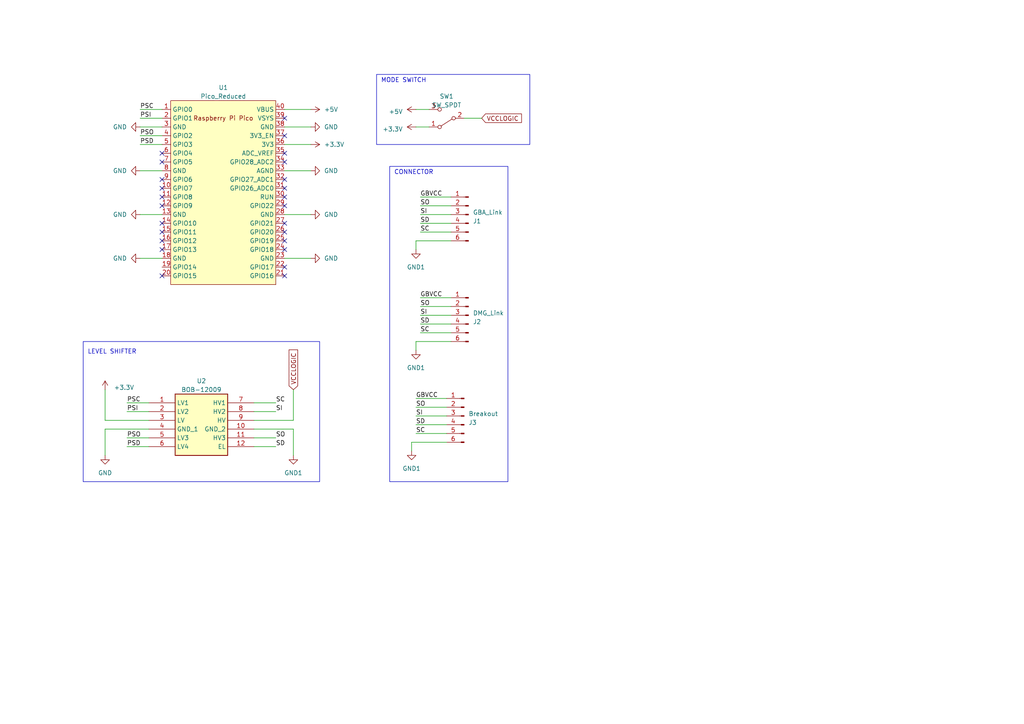
<source format=kicad_sch>
(kicad_sch (version 20230121) (generator eeschema)
  (paper "A4")
  (lib_symbols
    (symbol "BOB-12009:BOB-12009"
      (property "Reference" "U" (at 0 10.16 0))
      (symbol "BOB-12009_0_1"
        (rectangle (start -7.62 8.89) (end 7.62 -8.89) (stroke (width 0.254)) (fill (type background)))
      )
      (symbol "BOB-12009_1_1"
        (pin input line (at -15.24 6.35 0) (length 7.62) (name "LV1") (number "1"))
        (pin input line (at 15.24 -1.27 180) (length 7.62) (name "GND_2") (number "10"))
        (pin input line (at 15.24 -3.81 180) (length 7.62) (name "HV3") (number "11"))
        (pin input line (at 15.24 -6.35 180) (length 7.62) (name "EL") (number "12"))
        (pin input line (at -15.24 3.81 0) (length 7.62) (name "LV2") (number "2"))
        (pin input line (at -15.24 1.27 0) (length 7.62) (name "LV") (number "3"))
        (pin input line (at -15.24 -1.27 0) (length 7.62) (name "GND_1") (number "4"))
        (pin input line (at -15.24 -3.81 0) (length 7.62) (name "LV3") (number "5"))
        (pin input line (at -15.24 -6.35 0) (length 7.62) (name "LV4") (number "6"))
        (pin input line (at 15.24 6.35 180) (length 7.62) (name "HV1") (number "7"))
        (pin input line (at 15.24 3.81 180) (length 7.62) (name "HV2") (number "8"))
        (pin input line (at 15.24 1.27 180) (length 7.62) (name "HV") (number "9"))
      )
    )
    (symbol "Connector:Conn_01x06_Pin" (pin_names (offset 1.016) hide)
      (property "Reference" "J" (at 0 7.62 0))
      (property "Value" "Conn_01x06_Pin" (at 0 -10.16 0))
      (symbol "Conn_01x06_Pin_1_1"
        (polyline (pts (xy 1.27 -7.62) (xy 0.8636 -7.62)) (stroke (width 0.1524)))
        (polyline (pts (xy 1.27 -5.08) (xy 0.8636 -5.08)) (stroke (width 0.1524)))
        (polyline (pts (xy 1.27 -2.54) (xy 0.8636 -2.54)) (stroke (width 0.1524)))
        (polyline (pts (xy 1.27 0) (xy 0.8636 0)) (stroke (width 0.1524)))
        (polyline (pts (xy 1.27 2.54) (xy 0.8636 2.54)) (stroke (width 0.1524)))
        (polyline (pts (xy 1.27 5.08) (xy 0.8636 5.08)) (stroke (width 0.1524)))
        (rectangle (start 0.8636 -7.493) (end 0 -7.747) (stroke (width 0.1524)) (fill (type outline)))
        (rectangle (start 0.8636 -4.953) (end 0 -5.207) (stroke (width 0.1524)) (fill (type outline)))
        (rectangle (start 0.8636 -2.413) (end 0 -2.667) (stroke (width 0.1524)) (fill (type outline)))
        (rectangle (start 0.8636 0.127) (end 0 -0.127) (stroke (width 0.1524)) (fill (type outline)))
        (rectangle (start 0.8636 2.667) (end 0 2.413) (stroke (width 0.1524)) (fill (type outline)))
        (rectangle (start 0.8636 5.207) (end 0 4.953) (stroke (width 0.1524)) (fill (type outline)))
        (pin passive line (at 5.08 5.08 180) (length 3.81) (name "Pin_1") (number "1"))
        (pin passive line (at 5.08 2.54 180) (length 3.81) (name "Pin_2") (number "2"))
        (pin passive line (at 5.08 0 180) (length 3.81) (name "Pin_3") (number "3"))
        (pin passive line (at 5.08 -2.54 180) (length 3.81) (name "Pin_4") (number "4"))
        (pin passive line (at 5.08 -5.08 180) (length 3.81) (name "Pin_5") (number "5"))
        (pin passive line (at 5.08 -7.62 180) (length 3.81) (name "Pin_6") (number "6"))
      )
    )
    (symbol "MCU_RaspberryPi_and_Boards:Pico_Reduced"
      (property "Reference" "U" (at -13.97 27.94 0))
      (property "Value" "Pico_Reduced" (at 0 19.05 0))
      (symbol "Pico_Reduced_0_0"
        (text "Raspberry Pi Pico" (at 0 21.59 0) (effects (font (size 1.27 1.27))))
      )
      (symbol "Pico_Reduced_0_1"
        (rectangle (start -15.24 26.67) (end 15.24 -26.67) (fill (type background)))
      )
      (symbol "Pico_Reduced_1_1"
        (pin bidirectional line (at -17.78 24.13 0) (length 2.54) (name "GPIO0") (number "1"))
        (pin bidirectional line (at -17.78 1.27 0) (length 2.54) (name "GPIO7") (number "10"))
        (pin bidirectional line (at -17.78 -1.27 0) (length 2.54) (name "GPIO8") (number "11"))
        (pin bidirectional line (at -17.78 -3.81 0) (length 2.54) (name "GPIO9") (number "12"))
        (pin power_in line (at -17.78 -6.35 0) (length 2.54) (name "GND") (number "13"))
        (pin bidirectional line (at -17.78 -8.89 0) (length 2.54) (name "GPIO10") (number "14"))
        (pin bidirectional line (at -17.78 -11.43 0) (length 2.54) (name "GPIO11") (number "15"))
        (pin bidirectional line (at -17.78 -13.97 0) (length 2.54) (name "GPIO12") (number "16"))
        (pin bidirectional line (at -17.78 -16.51 0) (length 2.54) (name "GPIO13") (number "17"))
        (pin power_in line (at -17.78 -19.05 0) (length 2.54) (name "GND") (number "18"))
        (pin bidirectional line (at -17.78 -21.59 0) (length 2.54) (name "GPIO14") (number "19"))
        (pin bidirectional line (at -17.78 21.59 0) (length 2.54) (name "GPIO1") (number "2"))
        (pin bidirectional line (at -17.78 -24.13 0) (length 2.54) (name "GPIO15") (number "20"))
        (pin bidirectional line (at 17.78 -24.13 180) (length 2.54) (name "GPIO16") (number "21"))
        (pin bidirectional line (at 17.78 -21.59 180) (length 2.54) (name "GPIO17") (number "22"))
        (pin power_in line (at 17.78 -19.05 180) (length 2.54) (name "GND") (number "23"))
        (pin bidirectional line (at 17.78 -16.51 180) (length 2.54) (name "GPIO18") (number "24"))
        (pin bidirectional line (at 17.78 -13.97 180) (length 2.54) (name "GPIO19") (number "25"))
        (pin bidirectional line (at 17.78 -11.43 180) (length 2.54) (name "GPIO20") (number "26"))
        (pin bidirectional line (at 17.78 -8.89 180) (length 2.54) (name "GPIO21") (number "27"))
        (pin power_in line (at 17.78 -6.35 180) (length 2.54) (name "GND") (number "28"))
        (pin bidirectional line (at 17.78 -3.81 180) (length 2.54) (name "GPIO22") (number "29"))
        (pin power_in line (at -17.78 19.05 0) (length 2.54) (name "GND") (number "3"))
        (pin input line (at 17.78 -1.27 180) (length 2.54) (name "RUN") (number "30"))
        (pin bidirectional line (at 17.78 1.27 180) (length 2.54) (name "GPIO26_ADC0") (number "31"))
        (pin bidirectional line (at 17.78 3.81 180) (length 2.54) (name "GPIO27_ADC1") (number "32"))
        (pin power_in line (at 17.78 6.35 180) (length 2.54) (name "AGND") (number "33"))
        (pin bidirectional line (at 17.78 8.89 180) (length 2.54) (name "GPIO28_ADC2") (number "34"))
        (pin power_in line (at 17.78 11.43 180) (length 2.54) (name "ADC_VREF") (number "35"))
        (pin power_in line (at 17.78 13.97 180) (length 2.54) (name "3V3") (number "36"))
        (pin input line (at 17.78 16.51 180) (length 2.54) (name "3V3_EN") (number "37"))
        (pin bidirectional line (at 17.78 19.05 180) (length 2.54) (name "GND") (number "38"))
        (pin power_in line (at 17.78 21.59 180) (length 2.54) (name "VSYS") (number "39"))
        (pin bidirectional line (at -17.78 16.51 0) (length 2.54) (name "GPIO2") (number "4"))
        (pin power_in line (at 17.78 24.13 180) (length 2.54) (name "VBUS") (number "40"))
        (pin bidirectional line (at -17.78 13.97 0) (length 2.54) (name "GPIO3") (number "5"))
        (pin bidirectional line (at -17.78 11.43 0) (length 2.54) (name "GPIO4") (number "6"))
        (pin bidirectional line (at -17.78 8.89 0) (length 2.54) (name "GPIO5") (number "7"))
        (pin power_in line (at -17.78 6.35 0) (length 2.54) (name "GND") (number "8"))
        (pin bidirectional line (at -17.78 3.81 0) (length 2.54) (name "GPIO6") (number "9"))
      )
    )
    (symbol "Switch:SW_SPDT" (pin_names (offset 0) hide)
      (property "Reference" "SW" (at 0 4.318 0))
      (property "Value" "SW_SPDT" (at 0 -5.08 0))
      (symbol "SW_SPDT_0_0"
        (circle (center -2.032 0) (radius 0.508))
        (circle (center 2.032 -2.54) (radius 0.508))
      )
      (symbol "SW_SPDT_0_1"
        (polyline (pts (xy -1.524 0.254) (xy 1.651 2.286)))
        (circle (center 2.032 2.54) (radius 0.508))
      )
      (symbol "SW_SPDT_1_1"
        (pin passive line (at 5.08 2.54 180) (length 2.54) (name "A") (number "1"))
        (pin passive line (at -5.08 0 0) (length 2.54) (name "B") (number "2"))
        (pin passive line (at 5.08 -2.54 180) (length 2.54) (name "C") (number "3"))
      )
    )
    (symbol "power:+3.3V" (power) (pin_names (offset 0))
      (property "Value" "+3.3V" (at 0 3.556 0))
      (symbol "+3.3V_0_1"
        (polyline (pts (xy -0.762 1.27) (xy 0 2.54)))
        (polyline (pts (xy 0 0) (xy 0 2.54)))
        (polyline (pts (xy 0 2.54) (xy 0.762 1.27)))
      )
      (symbol "+3.3V_1_1"
        (pin power_in line (at 0 0 90) (length 0) hide (name "+3.3V") (number "1"))
      )
    )
    (symbol "power:+5V" (power) (pin_names (offset 0))
      (property "Value" "+5V" (at 0 3.556 0))
      (symbol "+5V_0_1"
        (polyline (pts (xy -0.762 1.27) (xy 0 2.54)))
        (polyline (pts (xy 0 0) (xy 0 2.54)))
        (polyline (pts (xy 0 2.54) (xy 0.762 1.27)))
      )
      (symbol "+5V_1_1"
        (pin power_in line (at 0 0 90) (length 0) hide (name "+5V") (number "1"))
      )
    )
    (symbol "power:GND" (power) (pin_names (offset 0))
      (property "Value" "GND" (at 0 -3.81 0))
      (symbol "GND_0_1"
        (polyline (pts (xy 0 0) (xy 0 -1.27) (xy 1.27 -1.27) (xy 0 -2.54) (xy -1.27 -1.27) (xy 0 -1.27)))
      )
      (symbol "GND_1_1"
        (pin power_in line (at 0 0 270) (length 0) hide (name "GND") (number "1"))
      )
    )
    (symbol "power:GND1" (power) (pin_names (offset 0))
      (property "Value" "GND1" (at 0 -3.81 0))
      (symbol "GND1_0_1"
        (polyline (pts (xy 0 0) (xy 0 -1.27) (xy 1.27 -1.27) (xy 0 -2.54) (xy -1.27 -1.27) (xy 0 -1.27)))
      )
      (symbol "GND1_1_1"
        (pin power_in line (at 0 0 270) (length 0) hide (name "GND1") (number "1"))
      )
    )
  )
  (no_connect (at 46.99 54.61))
  (no_connect (at 82.55 72.39))
  (no_connect (at 82.55 64.77))
  (no_connect (at 82.55 54.61))
  (no_connect (at 82.55 69.85))
  (no_connect (at 82.55 59.69))
  (no_connect (at 82.55 39.37))
  (no_connect (at 46.99 46.99))
  (no_connect (at 46.99 80.01))
  (no_connect (at 46.99 69.85))
  (no_connect (at 46.99 59.69))
  (no_connect (at 46.99 44.45))
  (no_connect (at 82.55 34.29))
  (no_connect (at 82.55 57.15))
  (no_connect (at 46.99 57.15))
  (no_connect (at 82.55 44.45))
  (no_connect (at 82.55 52.07))
  (no_connect (at 46.99 72.39))
  (no_connect (at 46.99 67.31))
  (no_connect (at 46.99 52.07))
  (no_connect (at 82.55 80.01))
  (no_connect (at 82.55 77.47))
  (no_connect (at 82.55 46.99))
  (no_connect (at 82.55 67.31))
  (no_connect (at 46.99 64.77))
  (wire (pts (xy 40.64 36.83) (xy 46.99 36.83)))
  (wire (pts (xy 120.65 125.73) (xy 129.54 125.73)))
  (wire (pts (xy 121.92 93.98) (xy 130.81 93.98)))
  (wire (pts (xy 36.83 129.54) (xy 43.18 129.54)))
  (wire (pts (xy 120.65 99.06) (xy 130.81 99.06)))
  (wire (pts (xy 40.64 41.91) (xy 46.99 41.91)))
  (wire (pts (xy 120.65 69.85) (xy 130.81 69.85)))
  (wire (pts (xy 36.83 116.84) (xy 43.18 116.84)))
  (wire (pts (xy 121.92 67.31) (xy 130.81 67.31)))
  (wire (pts (xy 120.65 115.57) (xy 129.54 115.57)))
  (wire (pts (xy 82.55 49.53) (xy 90.17 49.53)))
  (wire (pts (xy 134.62 34.29) (xy 139.7 34.29)))
  (wire (pts (xy 121.92 96.52) (xy 130.81 96.52)))
  (wire (pts (xy 119.38 128.27) (xy 129.54 128.27)))
  (wire (pts (xy 120.65 99.06) (xy 120.65 101.6)))
  (wire (pts (xy 121.92 88.9) (xy 130.81 88.9)))
  (wire (pts (xy 73.66 124.46) (xy 85.09 124.46)))
  (wire (pts (xy 82.55 74.93) (xy 90.17 74.93)))
  (wire (pts (xy 73.66 119.38) (xy 80.01 119.38)))
  (wire (pts (xy 40.64 74.93) (xy 46.99 74.93)))
  (wire (pts (xy 30.48 113.03) (xy 30.48 121.92)))
  (wire (pts (xy 121.92 62.23) (xy 130.81 62.23)))
  (wire (pts (xy 82.55 62.23) (xy 90.17 62.23)))
  (wire (pts (xy 120.65 123.19) (xy 129.54 123.19)))
  (wire (pts (xy 73.66 129.54) (xy 80.01 129.54)))
  (wire (pts (xy 120.65 69.85) (xy 120.65 72.39)))
  (wire (pts (xy 36.83 127) (xy 43.18 127)))
  (wire (pts (xy 85.09 121.92) (xy 85.09 113.03)))
  (wire (pts (xy 30.48 124.46) (xy 30.48 132.08)))
  (wire (pts (xy 82.55 36.83) (xy 90.17 36.83)))
  (wire (pts (xy 40.64 34.29) (xy 46.99 34.29)))
  (wire (pts (xy 120.65 120.65) (xy 129.54 120.65)))
  (wire (pts (xy 121.92 57.15) (xy 130.81 57.15)))
  (wire (pts (xy 120.65 36.83) (xy 124.46 36.83)))
  (wire (pts (xy 120.65 118.11) (xy 129.54 118.11)))
  (wire (pts (xy 121.92 64.77) (xy 130.81 64.77)))
  (wire (pts (xy 40.64 62.23) (xy 46.99 62.23)))
  (wire (pts (xy 119.38 128.27) (xy 119.38 130.81)))
  (wire (pts (xy 121.92 86.36) (xy 130.81 86.36)))
  (wire (pts (xy 30.48 121.92) (xy 43.18 121.92)))
  (wire (pts (xy 40.64 39.37) (xy 46.99 39.37)))
  (wire (pts (xy 73.66 121.92) (xy 85.09 121.92)))
  (wire (pts (xy 73.66 127) (xy 80.01 127)))
  (wire (pts (xy 73.66 116.84) (xy 80.01 116.84)))
  (wire (pts (xy 82.55 41.91) (xy 90.17 41.91)))
  (wire (pts (xy 121.92 91.44) (xy 130.81 91.44)))
  (wire (pts (xy 121.92 59.69) (xy 130.81 59.69)))
  (wire (pts (xy 120.65 31.75) (xy 124.46 31.75)))
  (wire (pts (xy 30.48 124.46) (xy 43.18 124.46)))
  (wire (pts (xy 36.83 119.38) (xy 43.18 119.38)))
  (wire (pts (xy 82.55 31.75) (xy 90.17 31.75)))
  (wire (pts (xy 40.64 31.75) (xy 46.99 31.75)))
  (wire (pts (xy 85.09 124.46) (xy 85.09 132.08)))
  (wire (pts (xy 40.64 49.53) (xy 46.99 49.53)))
  (rectangle (start 109.22 21.59) (end 153.67 41.91))
  (rectangle (start 24.13 99.06) (end 92.71 139.7))
  (rectangle (start 113.03 48.26) (end 147.32 139.7))
  (text "LEVEL SHIFTER" (at 25.4 102.87 0) (effects (font (size 1.27 1.27)) (justify left bottom)))
  (text "MODE SWITCH" (at 110.49 24.13 0) (effects (font (size 1.27 1.27)) (justify left bottom)))
  (text "CONNECTOR" (at 114.3 50.8 0) (effects (font (size 1.27 1.27)) (justify left bottom)))
  (label "PSO" (at 36.83 127 0))
  (label "PSO" (at 40.64 39.37 0))
  (label "PSI" (at 40.64 34.29 0))
  (label "SC" (at 120.65 125.73 0))
  (label "SD" (at 80.01 129.54 0))
  (label "GBVCC" (at 121.92 86.36 0))
  (label "PSD" (at 36.83 129.54 0))
  (label "SI" (at 121.92 91.44 0))
  (label "SC" (at 121.92 96.52 0))
  (label "PSC" (at 36.83 116.84 0))
  (label "SD" (at 120.65 123.19 0))
  (label "SO" (at 120.65 118.11 0))
  (label "SC" (at 121.92 67.31 0))
  (label "GBVCC" (at 121.92 57.15 0))
  (label "SO" (at 80.01 127 0))
  (label "PSD" (at 40.64 41.91 0))
  (label "SD" (at 121.92 64.77 0))
  (label "PSC" (at 40.64 31.75 0))
  (label "SC" (at 80.01 116.84 0))
  (label "GBVCC" (at 120.65 115.57 0))
  (label "SO" (at 121.92 88.9 0))
  (label "SO" (at 121.92 59.69 0))
  (label "PSI" (at 36.83 119.38 0))
  (label "SI" (at 121.92 62.23 0))
  (label "SD" (at 121.92 93.98 0))
  (label "SI" (at 80.01 119.38 0))
  (label "SI" (at 120.65 120.65 0))
  (global_label "VCCLOGIC" (shape input) (at 139.7 34.29 0) (property "Intersheetrefs" "${INTERSHEET_REFS}" (effects hide)))
  (global_label "VCCLOGIC" (shape input) (at 85.09 113.03 90) (property "Intersheetrefs" "${INTERSHEET_REFS}" (effects hide)))
  (symbol (lib_id "power:+3.3V") (at 90.17 41.91 270) (unit 1)
    (property "Reference" "#PWR016" (effects hide))
    (property "Value" "+3.3V" (at 93.98 41.91 90) (effects (justify left)))
  )
  (symbol (lib_id "power:GND") (at 90.17 62.23 90) (unit 1)
    (property "Reference" "#PWR09" (effects hide))
    (property "Value" "GND" (at 93.98 62.23 90) (effects (justify right)))
  )
  (symbol (lib_id "power:+3.3V") (at 30.48 113.03 0) (unit 1)
    (property "Reference" "#PWR04" (effects hide))
    (property "Value" "+3.3V" (at 33.02 112.395 0) (effects (justify left)))
  )
  (symbol (lib_id "power:GND") (at 40.64 74.93 270) (unit 1)
    (property "Reference" "#PWR011" (effects hide))
    (property "Value" "GND" (at 36.83 74.93 90) (effects (justify right)))
  )
  (symbol (lib_id "power:GND") (at 30.48 132.08 0) (unit 1)
    (property "Reference" "#PWR01" (effects hide))
    (property "Value" "GND" (at 30.48 137.16 0))
  )
  (symbol (lib_id "power:GND") (at 90.17 49.53 90) (unit 1)
    (property "Reference" "#PWR08" (effects hide))
    (property "Value" "GND" (at 93.98 49.53 90) (effects (justify right)))
  )
  (symbol (lib_id "power:GND1") (at 120.65 101.6 0) (unit 1)
    (property "Reference" "#PWR017" (effects hide))
    (property "Value" "GND1" (at 120.65 106.68 0))
  )
  (symbol (lib_id "power:+3.3V") (at 120.65 36.83 90) (unit 1)
    (property "Reference" "#PWR06" (effects hide))
    (property "Value" "+3.3V" (at 116.84 37.465 90) (effects (justify left)))
  )
  (symbol (lib_id "power:GND1") (at 119.38 130.81 0) (unit 1)
    (property "Reference" "#PWR018" (effects hide))
    (property "Value" "GND1" (at 119.38 135.89 0))
  )
  (symbol (lib_id "Connector:Conn_01x06_Pin") (at 134.62 120.65 0) (mirror y) (unit 1)
    (property "Reference" "J3" (at 135.89 122.555 0) (effects (justify right)))
    (property "Value" "Breakout" (at 135.89 120.015 0) (effects (justify right)))
    (property "Footprint" "Connector_PinHeader_2.54mm:PinHeader_1x06_P2.54mm_Vertical" (effects hide))
  )
  (symbol (lib_id "power:GND") (at 90.17 74.93 90) (unit 1)
    (property "Reference" "#PWR010" (effects hide))
    (property "Value" "GND" (at 93.98 74.93 90) (effects (justify right)))
  )
  (symbol (lib_id "MCU_RaspberryPi_and_Boards:Pico_Reduced") (at 64.77 55.88 0) (unit 1)
    (property "Reference" "U1" (at 64.77 25.4 0))
    (property "Value" "Pico_Reduced" (at 64.77 27.94 0))
    (property "Footprint" "MCU_RaspberryPi_and_Boards:RPi_Pico_SMD_TH_REDUCED" (effects hide))
  )
  (symbol (lib_id "power:+5V") (at 90.17 31.75 270) (unit 1)
    (property "Reference" "#PWR015" (effects hide))
    (property "Value" "+5V" (at 93.98 31.75 90) (effects (justify left)))
  )
  (symbol (lib_id "Connector:Conn_01x06_Pin") (at 135.89 91.44 0) (mirror y) (unit 1)
    (property "Reference" "J2" (at 137.16 93.345 0) (effects (justify right)))
    (property "Value" "DMG_Link" (at 137.16 90.805 0) (effects (justify right)))
    (property "Footprint" "gb-link-socket:dmg-link-socket" (effects hide))
  )
  (symbol (lib_id "power:+5V") (at 120.65 31.75 90) (unit 1)
    (property "Reference" "#PWR05" (effects hide))
    (property "Value" "+5V" (at 116.84 32.385 90) (effects (justify left)))
  )
  (symbol (lib_id "power:GND") (at 40.64 49.53 270) (unit 1)
    (property "Reference" "#PWR013" (effects hide))
    (property "Value" "GND" (at 36.83 49.53 90) (effects (justify right)))
  )
  (symbol (lib_id "power:GND") (at 90.17 36.83 90) (unit 1)
    (property "Reference" "#PWR07" (effects hide))
    (property "Value" "GND" (at 93.98 36.83 90) (effects (justify right)))
  )
  (symbol (lib_id "Connector:Conn_01x06_Pin") (at 135.89 62.23 0) (mirror y) (unit 1)
    (property "Reference" "J1" (at 137.16 64.135 0) (effects (justify right)))
    (property "Value" "GBA_Link" (at 137.16 61.595 0) (effects (justify right)))
    (property "Footprint" "gb-link-socket:gb-link-socket" (effects hide))
  )
  (symbol (lib_id "BOB-12009:BOB-12009") (at 58.42 123.19 0) (unit 1)
    (property "Reference" "U2" (at 58.42 110.49 0))
    (property "Value" "BOB-12009" (at 58.42 113.03 0))
    (property "Footprint" "BOB-12009:BOB-12009" (effects hide))
  )
  (symbol (lib_id "power:GND") (at 40.64 36.83 270) (unit 1)
    (property "Reference" "#PWR014" (effects hide))
    (property "Value" "GND" (at 36.83 36.83 90) (effects (justify right)))
  )
  (symbol (lib_id "Switch:SW_SPDT") (at 129.54 34.29 180) (unit 1)
    (property "Reference" "SW1" (at 129.54 27.94 0))
    (property "Value" "SW_SPDT" (at 129.54 30.48 0))
    (property "Footprint" "Connector_PinHeader_2.54mm:PinHeader_1x03_P2.54mm_Vertical" (effects hide))
  )
  (symbol (lib_id "power:GND1") (at 120.65 72.39 0) (unit 1)
    (property "Reference" "#PWR03" (effects hide))
    (property "Value" "GND1" (at 120.65 77.47 0))
  )
  (symbol (lib_id "power:GND") (at 40.64 62.23 270) (unit 1)
    (property "Reference" "#PWR012" (effects hide))
    (property "Value" "GND" (at 36.83 62.23 90) (effects (justify right)))
  )
  (symbol (lib_id "power:GND1") (at 85.09 132.08 0) (unit 1)
    (property "Reference" "#PWR02" (effects hide))
    (property "Value" "GND1" (at 85.09 137.16 0))
  )
)
</source>
